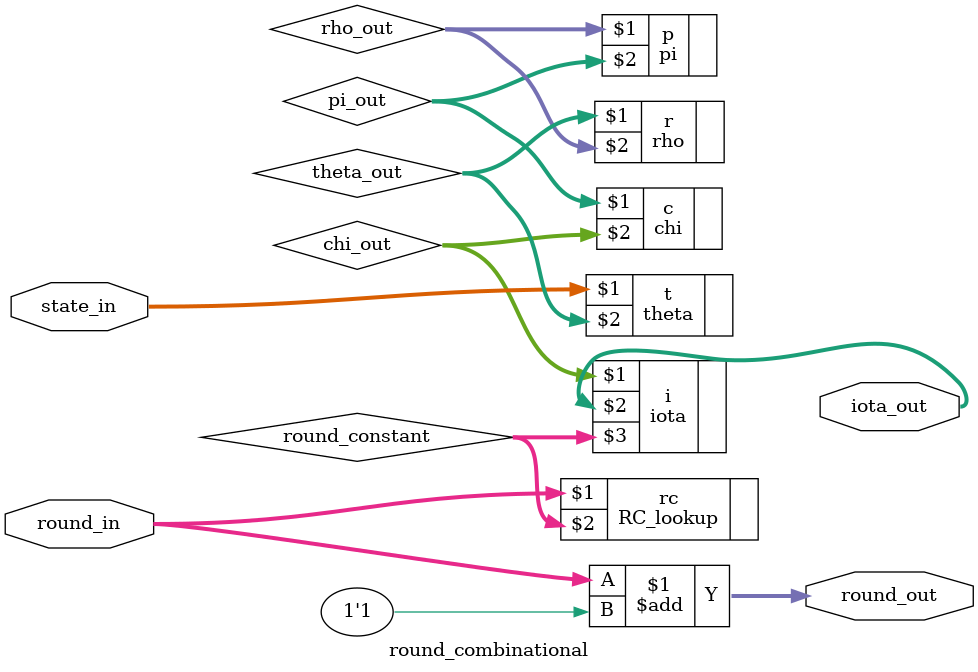
<source format=v>
`timescale 1ns / 1ps
module round_combinational(
						input [1599:0] state_in,
						input [4:0] round_in,
                                                output [1599:0] iota_out,
						output [4:0] round_out
    );

	wire [1599:0] theta_out, rho_out, pi_out, chi_out;
	wire [63:0] round_constant;

	RC_lookup rc(round_in, round_constant);

	theta t(state_in, theta_out);
	rho r(theta_out, rho_out);
	pi p(rho_out, pi_out);
	chi c(pi_out, chi_out);
	iota i(chi_out, iota_out, round_constant);
        assign round_out = round_in + 1'b1;        
	
endmodule

</source>
